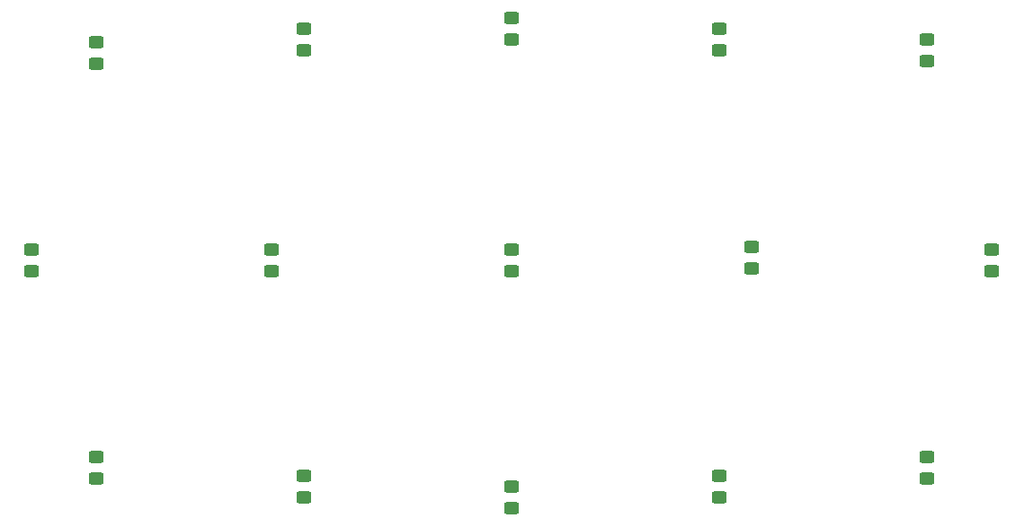
<source format=gbr>
%TF.GenerationSoftware,KiCad,Pcbnew,8.0.5-8.0.5-0~ubuntu22.04.1*%
%TF.CreationDate,2024-10-13T07:53:23-06:00*%
%TF.ProjectId,frogpad,66726f67-7061-4642-9e6b-696361645f70,rev?*%
%TF.SameCoordinates,Original*%
%TF.FileFunction,Paste,Bot*%
%TF.FilePolarity,Positive*%
%FSLAX46Y46*%
G04 Gerber Fmt 4.6, Leading zero omitted, Abs format (unit mm)*
G04 Created by KiCad (PCBNEW 8.0.5-8.0.5-0~ubuntu22.04.1) date 2024-10-13 07:53:23*
%MOMM*%
%LPD*%
G01*
G04 APERTURE LIST*
G04 Aperture macros list*
%AMRoundRect*
0 Rectangle with rounded corners*
0 $1 Rounding radius*
0 $2 $3 $4 $5 $6 $7 $8 $9 X,Y pos of 4 corners*
0 Add a 4 corners polygon primitive as box body*
4,1,4,$2,$3,$4,$5,$6,$7,$8,$9,$2,$3,0*
0 Add four circle primitives for the rounded corners*
1,1,$1+$1,$2,$3*
1,1,$1+$1,$4,$5*
1,1,$1+$1,$6,$7*
1,1,$1+$1,$8,$9*
0 Add four rect primitives between the rounded corners*
20,1,$1+$1,$2,$3,$4,$5,0*
20,1,$1+$1,$4,$5,$6,$7,0*
20,1,$1+$1,$6,$7,$8,$9,0*
20,1,$1+$1,$8,$9,$2,$3,0*%
G04 Aperture macros list end*
%ADD10RoundRect,0.250000X0.450000X-0.325000X0.450000X0.325000X-0.450000X0.325000X-0.450000X-0.325000X0*%
G04 APERTURE END LIST*
D10*
%TO.C,D2*%
X117856000Y-83829000D03*
X117856000Y-81779000D03*
%TD*%
%TO.C,D7*%
X114808000Y-104666000D03*
X114808000Y-102616000D03*
%TD*%
%TO.C,D3*%
X137414000Y-82822000D03*
X137414000Y-80772000D03*
%TD*%
%TO.C,D1*%
X98298000Y-85108000D03*
X98298000Y-83058000D03*
%TD*%
%TO.C,D14*%
X156972000Y-125993000D03*
X156972000Y-123943000D03*
%TD*%
%TO.C,D10*%
X182626000Y-104666000D03*
X182626000Y-102616000D03*
%TD*%
%TO.C,D11*%
X98298000Y-124224000D03*
X98298000Y-122174000D03*
%TD*%
%TO.C,D5*%
X176530000Y-84854000D03*
X176530000Y-82804000D03*
%TD*%
%TO.C,D15*%
X176530000Y-124215000D03*
X176530000Y-122165000D03*
%TD*%
%TO.C,D9*%
X160020000Y-104412000D03*
X160020000Y-102362000D03*
%TD*%
%TO.C,D13*%
X137414000Y-127009000D03*
X137414000Y-124959000D03*
%TD*%
%TO.C,D6*%
X92202000Y-104657000D03*
X92202000Y-102607000D03*
%TD*%
%TO.C,D8*%
X137414000Y-104666000D03*
X137414000Y-102616000D03*
%TD*%
%TO.C,D4*%
X156972000Y-83838000D03*
X156972000Y-81788000D03*
%TD*%
%TO.C,D12*%
X117856000Y-125993000D03*
X117856000Y-123943000D03*
%TD*%
M02*

</source>
